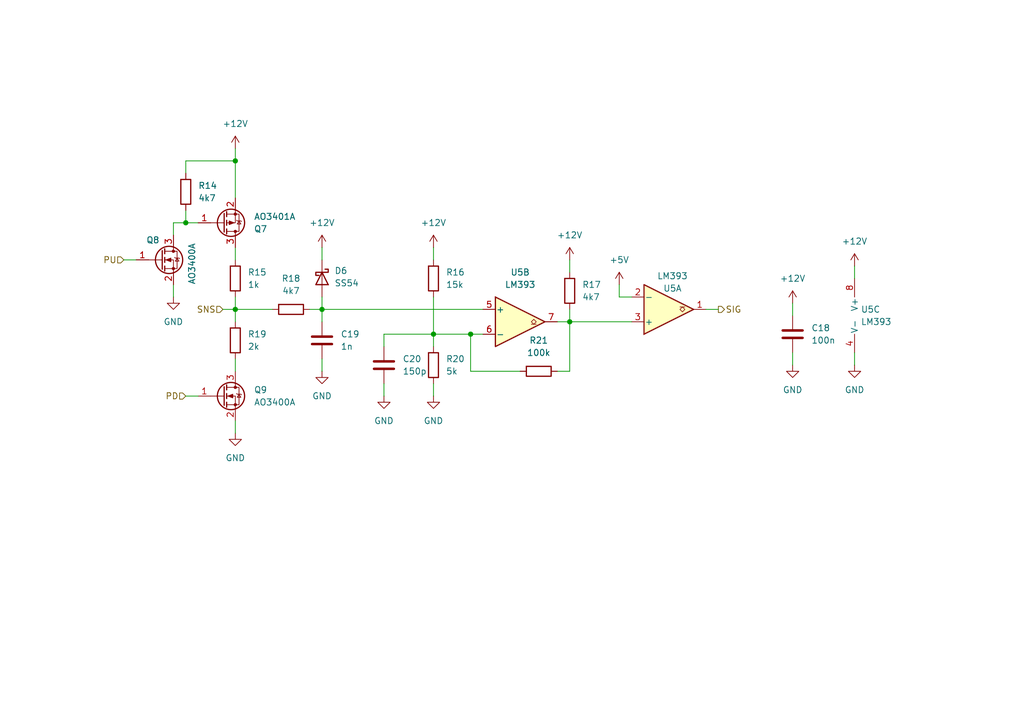
<source format=kicad_sch>
(kicad_sch (version 20231120) (generator "eeschema") (generator_version "8.0")
  (paper "A5")
  (lib_symbols
    (symbol "Comparator:LM393" (pin_names (offset 0.127))
      (property "Reference" "U" (at 3.81 3.81 0))
      (property "Value" "LM393" (at 6.35 -3.81 0))
      (symbol "LM393_1_1"
        (polyline (pts (xy -5.08 5.08) (xy 5.08 0) (xy -5.08 -5.08) (xy -5.08 5.08)) (stroke (width 0.254)) (fill (type background)))
        (polyline (pts (xy 3.302 -0.508) (xy 2.794 -0.508) (xy 3.302 0) (xy 2.794 0.508) (xy 2.286 0) (xy 2.794 -0.508) (xy 2.286 -0.508)) (stroke (width 0.127)))
        (pin open_collector line (at 7.62 0 180) (length 2.54) (name "~") (number "1"))
        (pin input line (at -7.62 -2.54 0) (length 2.54) (name "-") (number "2"))
        (pin input line (at -7.62 2.54 0) (length 2.54) (name "+") (number "3"))
      )
      (symbol "LM393_2_1"
        (polyline (pts (xy -5.08 5.08) (xy 5.08 0) (xy -5.08 -5.08) (xy -5.08 5.08)) (stroke (width 0.254)) (fill (type background)))
        (polyline (pts (xy 3.302 -0.508) (xy 2.794 -0.508) (xy 3.302 0) (xy 2.794 0.508) (xy 2.286 0) (xy 2.794 -0.508) (xy 2.286 -0.508)) (stroke (width 0.127)))
        (pin input line (at -7.62 2.54 0) (length 2.54) (name "+") (number "5"))
        (pin input line (at -7.62 -2.54 0) (length 2.54) (name "-") (number "6"))
        (pin open_collector line (at 7.62 0 180) (length 2.54) (name "~") (number "7"))
      )
      (symbol "LM393_3_1"
        (pin power_in line (at -2.54 -7.62 90) (length 3.81) (name "V-") (number "4"))
        (pin power_in line (at -2.54 7.62 270) (length 3.81) (name "V+") (number "8"))
      )
    )
    (symbol "Device:C" (pin_numbers hide) (pin_names (offset 0.254))
      (property "Reference" "C" (at 0.635 2.54 0))
      (property "Value" "C" (at 0.635 -2.54 0))
      (symbol "C_0_1"
        (polyline (pts (xy -2.032 -0.762) (xy 2.032 -0.762)) (stroke (width 0.508)))
        (polyline (pts (xy -2.032 0.762) (xy 2.032 0.762)) (stroke (width 0.508)))
      )
      (symbol "C_1_1"
        (pin passive line (at 0 3.81 270) (length 2.794) (name "~") (number "1"))
        (pin passive line (at 0 -3.81 90) (length 2.794) (name "~") (number "2"))
      )
    )
    (symbol "Device:D_Schottky" (pin_numbers hide) (pin_names (offset 1.016) hide)
      (property "Reference" "D" (at 0 2.54 0))
      (property "Value" "D_Schottky" (at 0 -2.54 0))
      (symbol "D_Schottky_0_1"
        (polyline (pts (xy 1.27 0) (xy -1.27 0)))
        (polyline (pts (xy 1.27 1.27) (xy 1.27 -1.27) (xy -1.27 0) (xy 1.27 1.27)) (stroke (width 0.254)))
        (polyline (pts (xy -1.905 0.635) (xy -1.905 1.27) (xy -1.27 1.27) (xy -1.27 -1.27) (xy -0.635 -1.27) (xy -0.635 -0.635)) (stroke (width 0.254)))
      )
      (symbol "D_Schottky_1_1"
        (pin passive line (at -3.81 0 0) (length 2.54) (name "K") (number "1"))
        (pin passive line (at 3.81 0 180) (length 2.54) (name "A") (number "2"))
      )
    )
    (symbol "Device:R" (pin_numbers hide) (pin_names (offset 0))
      (property "Reference" "R" (at 2.032 0 90))
      (property "Value" "R" (at 0 0 90))
      (symbol "R_0_1"
        (rectangle (start -1.016 -2.54) (end 1.016 2.54) (stroke (width 0.254)))
      )
      (symbol "R_1_1"
        (pin passive line (at 0 3.81 270) (length 1.27) (name "~") (number "1"))
        (pin passive line (at 0 -3.81 90) (length 1.27) (name "~") (number "2"))
      )
    )
    (symbol "Transistor_FET:AO3400A" (pin_names hide)
      (property "Reference" "Q" (at 5.08 1.905 0))
      (property "Value" "AO3400A" (at 5.08 0 0))
      (symbol "AO3400A_0_1"
        (polyline (pts (xy 0.254 0) (xy -2.54 0)))
        (polyline (pts (xy 0.254 1.905) (xy 0.254 -1.905)) (stroke (width 0.254)))
        (polyline (pts (xy 0.762 -1.27) (xy 0.762 -2.286)) (stroke (width 0.254)))
        (polyline (pts (xy 0.762 0.508) (xy 0.762 -0.508)) (stroke (width 0.254)))
        (polyline (pts (xy 0.762 2.286) (xy 0.762 1.27)) (stroke (width 0.254)))
        (polyline (pts (xy 2.54 2.54) (xy 2.54 1.778)))
        (polyline (pts (xy 2.54 -2.54) (xy 2.54 0) (xy 0.762 0)))
        (polyline (pts (xy 0.762 -1.778) (xy 3.302 -1.778) (xy 3.302 1.778) (xy 0.762 1.778)))
        (polyline (pts (xy 1.016 0) (xy 2.032 0.381) (xy 2.032 -0.381) (xy 1.016 0)) (fill (type outline)))
        (polyline (pts (xy 2.794 0.508) (xy 2.921 0.381) (xy 3.683 0.381) (xy 3.81 0.254)))
        (polyline (pts (xy 3.302 0.381) (xy 2.921 -0.254) (xy 3.683 -0.254) (xy 3.302 0.381)))
        (circle (center 1.651 0) (radius 2.794) (stroke (width 0.254)))
        (circle (center 2.54 -1.778) (radius 0.254) (fill (type outline)))
        (circle (center 2.54 1.778) (radius 0.254) (fill (type outline)))
      )
      (symbol "AO3400A_1_1"
        (pin input line (at -5.08 0 0) (length 2.54) (name "G") (number "1"))
        (pin passive line (at 2.54 -5.08 90) (length 2.54) (name "S") (number "2"))
        (pin passive line (at 2.54 5.08 270) (length 2.54) (name "D") (number "3"))
      )
    )
    (symbol "Transistor_FET:AO3401A" (pin_names hide)
      (property "Reference" "Q" (at 5.08 1.905 0))
      (property "Value" "AO3401A" (at 5.08 0 0))
      (symbol "AO3401A_0_1"
        (polyline (pts (xy 0.254 0) (xy -2.54 0)))
        (polyline (pts (xy 0.254 1.905) (xy 0.254 -1.905)) (stroke (width 0.254)))
        (polyline (pts (xy 0.762 -1.27) (xy 0.762 -2.286)) (stroke (width 0.254)))
        (polyline (pts (xy 0.762 0.508) (xy 0.762 -0.508)) (stroke (width 0.254)))
        (polyline (pts (xy 0.762 2.286) (xy 0.762 1.27)) (stroke (width 0.254)))
        (polyline (pts (xy 2.54 2.54) (xy 2.54 1.778)))
        (polyline (pts (xy 2.54 -2.54) (xy 2.54 0) (xy 0.762 0)))
        (polyline (pts (xy 0.762 1.778) (xy 3.302 1.778) (xy 3.302 -1.778) (xy 0.762 -1.778)))
        (polyline (pts (xy 2.286 0) (xy 1.27 0.381) (xy 1.27 -0.381) (xy 2.286 0)) (fill (type outline)))
        (polyline (pts (xy 2.794 -0.508) (xy 2.921 -0.381) (xy 3.683 -0.381) (xy 3.81 -0.254)))
        (polyline (pts (xy 3.302 -0.381) (xy 2.921 0.254) (xy 3.683 0.254) (xy 3.302 -0.381)))
        (circle (center 1.651 0) (radius 2.794) (stroke (width 0.254)))
        (circle (center 2.54 -1.778) (radius 0.254) (fill (type outline)))
        (circle (center 2.54 1.778) (radius 0.254) (fill (type outline)))
      )
      (symbol "AO3401A_1_1"
        (pin input line (at -5.08 0 0) (length 2.54) (name "G") (number "1"))
        (pin passive line (at 2.54 -5.08 90) (length 2.54) (name "S") (number "2"))
        (pin passive line (at 2.54 5.08 270) (length 2.54) (name "D") (number "3"))
      )
    )
    (symbol "power:+12V" (power) (pin_numbers hide) (pin_names (offset 0) hide)
      (property "Value" "+12V" (at 0 3.556 0))
      (symbol "+12V_0_1"
        (polyline (pts (xy -0.762 1.27) (xy 0 2.54)))
        (polyline (pts (xy 0 0) (xy 0 2.54)))
        (polyline (pts (xy 0 2.54) (xy 0.762 1.27)))
      )
      (symbol "+12V_1_1"
        (pin power_in line (at 0 0 90) (length 0) (name "~") (number "1"))
      )
    )
    (symbol "power:+5V" (power) (pin_numbers hide) (pin_names (offset 0) hide)
      (property "Value" "+5V" (at 0 3.556 0))
      (symbol "+5V_0_1"
        (polyline (pts (xy -0.762 1.27) (xy 0 2.54)))
        (polyline (pts (xy 0 0) (xy 0 2.54)))
        (polyline (pts (xy 0 2.54) (xy 0.762 1.27)))
      )
      (symbol "+5V_1_1"
        (pin power_in line (at 0 0 90) (length 0) (name "~") (number "1"))
      )
    )
    (symbol "power:GND" (power) (pin_numbers hide) (pin_names (offset 0) hide)
      (property "Value" "GND" (at 0 -3.81 0))
      (symbol "GND_0_1"
        (polyline (pts (xy 0 0) (xy 0 -1.27) (xy 1.27 -1.27) (xy 0 -2.54) (xy -1.27 -1.27) (xy 0 -1.27)))
      )
      (symbol "GND_1_1"
        (pin power_in line (at 0 0 270) (length 0) (name "~") (number "1"))
      )
    )
  )
  (junction (at 48.26 63.5))
  (junction (at 66.04 63.5))
  (junction (at 38.1 45.72))
  (junction (at 88.9 68.58))
  (junction (at 48.26 33.02))
  (junction (at 116.84 66.04))
  (junction (at 96.52 68.58))
  (wire (pts (xy 35.56 45.72) (xy 38.1 45.72)))
  (wire (pts (xy 78.74 71.12) (xy 78.74 68.58)))
  (wire (pts (xy 48.26 30.48) (xy 48.26 33.02)))
  (wire (pts (xy 66.04 50.8) (xy 66.04 53.34)))
  (wire (pts (xy 38.1 45.72) (xy 40.64 45.72)))
  (wire (pts (xy 45.72 63.5) (xy 48.26 63.5)))
  (wire (pts (xy 127 58.42) (xy 127 60.96)))
  (wire (pts (xy 66.04 63.5) (xy 99.06 63.5)))
  (wire (pts (xy 48.26 50.8) (xy 48.26 53.34)))
  (wire (pts (xy 175.26 72.39) (xy 175.26 74.93)))
  (wire (pts (xy 88.9 60.96) (xy 88.9 68.58)))
  (wire (pts (xy 116.84 76.2) (xy 116.84 66.04)))
  (wire (pts (xy 48.26 86.36) (xy 48.26 88.9)))
  (wire (pts (xy 106.68 76.2) (xy 96.52 76.2)))
  (wire (pts (xy 88.9 68.58) (xy 96.52 68.58)))
  (wire (pts (xy 114.3 66.04) (xy 116.84 66.04)))
  (wire (pts (xy 114.3 76.2) (xy 116.84 76.2)))
  (wire (pts (xy 96.52 76.2) (xy 96.52 68.58)))
  (wire (pts (xy 88.9 78.74) (xy 88.9 81.28)))
  (wire (pts (xy 78.74 78.74) (xy 78.74 81.28)))
  (wire (pts (xy 116.84 53.34) (xy 116.84 55.88)))
  (wire (pts (xy 38.1 33.02) (xy 38.1 35.56)))
  (wire (pts (xy 63.5 63.5) (xy 66.04 63.5)))
  (wire (pts (xy 25.4 53.34) (xy 27.94 53.34)))
  (wire (pts (xy 78.74 68.58) (xy 88.9 68.58)))
  (wire (pts (xy 116.84 63.5) (xy 116.84 66.04)))
  (wire (pts (xy 48.26 63.5) (xy 48.26 66.04)))
  (wire (pts (xy 88.9 50.8) (xy 88.9 53.34)))
  (wire (pts (xy 127 60.96) (xy 129.54 60.96)))
  (wire (pts (xy 116.84 66.04) (xy 129.54 66.04)))
  (wire (pts (xy 96.52 68.58) (xy 99.06 68.58)))
  (wire (pts (xy 48.26 63.5) (xy 55.88 63.5)))
  (wire (pts (xy 66.04 63.5) (xy 66.04 66.04)))
  (wire (pts (xy 162.56 62.23) (xy 162.56 64.77)))
  (wire (pts (xy 38.1 43.18) (xy 38.1 45.72)))
  (wire (pts (xy 48.26 60.96) (xy 48.26 63.5)))
  (wire (pts (xy 48.26 33.02) (xy 38.1 33.02)))
  (wire (pts (xy 162.56 72.39) (xy 162.56 74.93)))
  (wire (pts (xy 66.04 73.66) (xy 66.04 76.2)))
  (wire (pts (xy 48.26 73.66) (xy 48.26 76.2)))
  (wire (pts (xy 35.56 58.42) (xy 35.56 60.96)))
  (wire (pts (xy 175.26 54.61) (xy 175.26 57.15)))
  (wire (pts (xy 35.56 45.72) (xy 35.56 48.26)))
  (wire (pts (xy 66.04 60.96) (xy 66.04 63.5)))
  (wire (pts (xy 144.78 63.5) (xy 147.32 63.5)))
  (wire (pts (xy 38.1 81.28) (xy 40.64 81.28)))
  (wire (pts (xy 48.26 33.02) (xy 48.26 40.64)))
  (wire (pts (xy 88.9 68.58) (xy 88.9 71.12)))
  (hierarchical_label "PU" (shape input) (at 25.4 53.34 180))
  (hierarchical_label "SIG" (shape output) (at 147.32 63.5 0))
  (hierarchical_label "PD" (shape input) (at 38.1 81.28 180))
  (hierarchical_label "SNS" (shape input) (at 45.72 63.5 180))
  (symbol (lib_id "Device:R") (at 38.1 39.37 0) (unit 1)
    (property "Reference" "R14" (at 40.64 38.0999 0) (effects (justify left)))
    (property "Value" "4k7" (at 40.64 40.6399 0) (effects (justify left)))
    (property "Footprint" "Resistor_SMD:R_0402_1005Metric" (effects (hide yes)))
    (property "Description" "Resistor" (effects (hide yes)))
  )
  (symbol (lib_id "power:GND") (at 35.56 60.96 0) (unit 1)
    (property "Reference" "#PWR055" (effects (hide yes)))
    (property "Value" "GND" (at 35.56 66.04 0))
    (property "Description" "Power symbol creates a global label with name \"GND\" , ground" (effects (hide yes)))
  )
  (symbol (lib_id "Transistor_FET:AO3400A") (at 33.02 53.34 0) (unit 1)
    (property "Reference" "Q8" (at 29.972 49.276 0) (effects (justify left)))
    (property "Value" "AO3400A" (at 39.37 58.42 90) (effects (justify left)))
    (property "Footprint" "Package_TO_SOT_SMD:SOT-23" (effects (hide yes)))
    (property "Datasheet" "http://www.aosmd.com/pdfs/datasheet/AO3400A.pdf" (effects (hide yes)))
    (property "Description" "30V Vds, 5.7A Id, N-Channel MOSFET, SOT-23" (effects (hide yes)))
  )
  (symbol (lib_id "Device:R") (at 88.9 57.15 0) (unit 1)
    (property "Reference" "R16" (at 91.44 55.8799 0) (effects (justify left)))
    (property "Value" "15k" (at 91.44 58.4199 0) (effects (justify left)))
    (property "Footprint" "Resistor_SMD:R_0402_1005Metric" (effects (hide yes)))
    (property "Description" "Resistor" (effects (hide yes)))
  )
  (symbol (lib_id "Device:R") (at 48.26 57.15 0) (unit 1)
    (property "Reference" "R15" (at 50.8 55.8799 0) (effects (justify left)))
    (property "Value" "1k" (at 50.8 58.4199 0) (effects (justify left)))
    (property "Footprint" "Resistor_SMD:R_1206_3216Metric" (effects (hide yes)))
    (property "Description" "Resistor" (effects (hide yes)))
  )
  (symbol (lib_id "Device:C") (at 78.74 74.93 0) (unit 1)
    (property "Reference" "C20" (at 82.55 73.6599 0) (effects (justify left)))
    (property "Value" "150p" (at 82.55 76.1999 0) (effects (justify left)))
    (property "Footprint" "Capacitor_SMD:C_0402_1005Metric" (effects (hide yes)))
    (property "Description" "Unpolarized capacitor" (effects (hide yes)))
  )
  (symbol (lib_id "power:+12V") (at 48.26 30.48 0) (unit 1)
    (property "Reference" "#PWR049" (effects (hide yes)))
    (property "Value" "+12V" (at 48.26 25.4 0))
    (property "Description" "Power symbol creates a global label with name \"+12V\"" (effects (hide yes)))
  )
  (symbol (lib_id "Transistor_FET:AO3401A") (at 45.72 45.72 0) (mirror x) (unit 1)
    (property "Reference" "Q7" (at 52.07 46.9901 0) (effects (justify left)))
    (property "Value" "AO3401A" (at 52.07 44.4501 0) (effects (justify left)))
    (property "Footprint" "Package_TO_SOT_SMD:SOT-23" (effects (hide yes)))
    (property "Datasheet" "http://www.aosmd.com/pdfs/datasheet/AO3401A.pdf" (effects (hide yes)))
    (property "Description" "-4.0A Id, -30V Vds, P-Channel MOSFET, SOT-23" (effects (hide yes)))
  )
  (symbol (lib_id "Comparator:LM393") (at 177.8 64.77 0) (unit 3)
    (property "Reference" "U5" (at 176.53 63.4999 0) (effects (justify left)))
    (property "Value" "LM393" (at 176.53 66.0399 0) (effects (justify left)))
    (property "Footprint" "Package_SO:SOIC-8_3.9x4.9mm_P1.27mm" (effects (hide yes)))
    (property "Datasheet" "http://www.ti.com/lit/ds/symlink/lm393.pdf" (effects (hide yes)))
    (property "Description" "Low-Power, Low-Offset Voltage, Dual Comparators, DIP-8/SOIC-8/TO-99-8" (effects (hide yes)))
    (property "LCSC" "C7955" (effects (hide yes)))
  )
  (symbol (lib_id "power:+12V") (at 88.9 50.8 0) (unit 1)
    (property "Reference" "#PWR051" (effects (hide yes)))
    (property "Value" "+12V" (at 88.9 45.72 0))
    (property "Description" "Power symbol creates a global label with name \"+12V\"" (effects (hide yes)))
  )
  (symbol (lib_id "Device:R") (at 110.49 76.2 90) (unit 1)
    (property "Reference" "R21" (at 110.49 69.85 90))
    (property "Value" "100k" (at 110.49 72.39 90))
    (property "Footprint" "Resistor_SMD:R_0402_1005Metric" (effects (hide yes)))
    (property "Description" "Resistor" (effects (hide yes)))
  )
  (symbol (lib_id "power:GND") (at 66.04 76.2 0) (unit 1)
    (property "Reference" "#PWR059" (effects (hide yes)))
    (property "Value" "GND" (at 66.04 81.28 0))
    (property "Description" "Power symbol creates a global label with name \"GND\" , ground" (effects (hide yes)))
  )
  (symbol (lib_id "Device:R") (at 116.84 59.69 0) (unit 1)
    (property "Reference" "R17" (at 119.38 58.4199 0) (effects (justify left)))
    (property "Value" "4k7" (at 119.38 60.9599 0) (effects (justify left)))
    (property "Footprint" "Resistor_SMD:R_0402_1005Metric" (effects (hide yes)))
    (property "Description" "Resistor" (effects (hide yes)))
  )
  (symbol (lib_id "power:GND") (at 175.26 74.93 0) (unit 1)
    (property "Reference" "#PWR058" (effects (hide yes)))
    (property "Value" "GND" (at 175.26 80.01 0))
    (property "Description" "Power symbol creates a global label with name \"GND\" , ground" (effects (hide yes)))
  )
  (symbol (lib_id "Comparator:LM393") (at 137.16 63.5 0) (mirror x) (unit 1)
    (property "Reference" "U5" (at 137.922 59.182 0))
    (property "Value" "LM393" (at 137.922 56.642 0))
    (property "Footprint" "Package_SO:SOIC-8_3.9x4.9mm_P1.27mm" (effects (hide yes)))
    (property "Datasheet" "http://www.ti.com/lit/ds/symlink/lm393.pdf" (effects (hide yes)))
    (property "Description" "Low-Power, Low-Offset Voltage, Dual Comparators, DIP-8/SOIC-8/TO-99-8" (effects (hide yes)))
    (property "LCSC" "C7955" (effects (hide yes)))
  )
  (symbol (lib_id "Device:R") (at 59.69 63.5 90) (unit 1)
    (property "Reference" "R18" (at 59.69 57.15 90))
    (property "Value" "4k7" (at 59.69 59.69 90))
    (property "Footprint" "Resistor_SMD:R_1206_3216Metric" (effects (hide yes)))
    (property "Description" "Resistor" (effects (hide yes)))
  )
  (symbol (lib_id "Device:R") (at 48.26 69.85 0) (unit 1)
    (property "Reference" "R19" (at 50.8 68.5799 0) (effects (justify left)))
    (property "Value" "2k" (at 50.8 71.1199 0) (effects (justify left)))
    (property "Footprint" "Resistor_SMD:R_1206_3216Metric" (effects (hide yes)))
    (property "Description" "Resistor" (effects (hide yes)))
  )
  (symbol (lib_id "power:+12V") (at 175.26 54.61 0) (unit 1)
    (property "Reference" "#PWR053" (effects (hide yes)))
    (property "Value" "+12V" (at 175.26 49.53 0))
    (property "Description" "Power symbol creates a global label with name \"+12V\"" (effects (hide yes)))
  )
  (symbol (lib_id "power:GND") (at 162.56 74.93 0) (unit 1)
    (property "Reference" "#PWR057" (effects (hide yes)))
    (property "Value" "GND" (at 162.56 80.01 0))
    (property "Description" "Power symbol creates a global label with name \"GND\" , ground" (effects (hide yes)))
  )
  (symbol (lib_id "power:+12V") (at 66.04 50.8 0) (unit 1)
    (property "Reference" "#PWR050" (effects (hide yes)))
    (property "Value" "+12V" (at 66.04 45.72 0))
    (property "Description" "Power symbol creates a global label with name \"+12V\"" (effects (hide yes)))
  )
  (symbol (lib_id "power:GND") (at 88.9 81.28 0) (unit 1)
    (property "Reference" "#PWR061" (effects (hide yes)))
    (property "Value" "GND" (at 88.9 86.36 0))
    (property "Description" "Power symbol creates a global label with name \"GND\" , ground" (effects (hide yes)))
  )
  (symbol (lib_id "power:GND") (at 48.26 88.9 0) (unit 1)
    (property "Reference" "#PWR062" (effects (hide yes)))
    (property "Value" "GND" (at 48.26 93.98 0))
    (property "Description" "Power symbol creates a global label with name \"GND\" , ground" (effects (hide yes)))
  )
  (symbol (lib_id "power:+12V") (at 116.84 53.34 0) (unit 1)
    (property "Reference" "#PWR052" (effects (hide yes)))
    (property "Value" "+12V" (at 116.84 48.26 0))
    (property "Description" "Power symbol creates a global label with name \"+12V\"" (effects (hide yes)))
  )
  (symbol (lib_id "Device:R") (at 88.9 74.93 0) (unit 1)
    (property "Reference" "R20" (at 91.44 73.6599 0) (effects (justify left)))
    (property "Value" "5k" (at 91.44 76.1999 0) (effects (justify left)))
    (property "Footprint" "Resistor_SMD:R_0402_1005Metric" (effects (hide yes)))
    (property "Description" "Resistor" (effects (hide yes)))
  )
  (symbol (lib_id "power:+12V") (at 162.56 62.23 0) (unit 1)
    (property "Reference" "#PWR056" (effects (hide yes)))
    (property "Value" "+12V" (at 162.56 57.15 0))
    (property "Description" "Power symbol creates a global label with name \"+12V\"" (effects (hide yes)))
  )
  (symbol (lib_id "power:GND") (at 78.74 81.28 0) (unit 1)
    (property "Reference" "#PWR060" (effects (hide yes)))
    (property "Value" "GND" (at 78.74 86.36 0))
    (property "Description" "Power symbol creates a global label with name \"GND\" , ground" (effects (hide yes)))
  )
  (symbol (lib_id "Transistor_FET:AO3400A") (at 45.72 81.28 0) (unit 1)
    (property "Reference" "Q9" (at 52.07 80.0099 0) (effects (justify left)))
    (property "Value" "AO3400A" (at 52.07 82.5499 0) (effects (justify left)))
    (property "Footprint" "Package_TO_SOT_SMD:SOT-23" (effects (hide yes)))
    (property "Datasheet" "http://www.aosmd.com/pdfs/datasheet/AO3400A.pdf" (effects (hide yes)))
    (property "Description" "30V Vds, 5.7A Id, N-Channel MOSFET, SOT-23" (effects (hide yes)))
  )
  (symbol (lib_id "Device:C") (at 162.56 68.58 0) (unit 1)
    (property "Reference" "C18" (at 166.37 67.3099 0) (effects (justify left)))
    (property "Value" "100n" (at 166.37 69.8499 0) (effects (justify left)))
    (property "Footprint" "Capacitor_SMD:C_0402_1005Metric" (effects (hide yes)))
    (property "Description" "Unpolarized capacitor" (effects (hide yes)))
  )
  (symbol (lib_id "Device:C") (at 66.04 69.85 0) (unit 1)
    (property "Reference" "C19" (at 69.85 68.5799 0) (effects (justify left)))
    (property "Value" "1n" (at 69.85 71.1199 0) (effects (justify left)))
    (property "Footprint" "Capacitor_SMD:C_0402_1005Metric" (effects (hide yes)))
    (property "Description" "Unpolarized capacitor" (effects (hide yes)))
  )
  (symbol (lib_id "Device:D_Schottky") (at 66.04 57.15 270) (unit 1)
    (property "Reference" "D6" (at 68.58 55.5624 90) (effects (justify left)))
    (property "Value" "SS54" (at 68.58 58.1024 90) (effects (justify left)))
    (property "Footprint" "Diode_SMD:D_SMA" (effects (hide yes)))
    (property "Description" "Schottky diode" (effects (hide yes)))
    (property "LCSC" "C22452" (effects (hide yes)))
  )
  (symbol (lib_id "power:+5V") (at 127 58.42 0) (unit 1)
    (property "Reference" "#PWR054" (effects (hide yes)))
    (property "Value" "+5V" (at 127 53.34 0))
    (property "Description" "Power symbol creates a global label with name \"+5V\"" (effects (hide yes)))
  )
  (symbol (lib_id "Comparator:LM393") (at 106.68 66.04 0) (unit 2)
    (property "Reference" "U5" (at 106.68 55.88 0))
    (property "Value" "LM393" (at 106.68 58.42 0))
    (property "Footprint" "Package_SO:SOIC-8_3.9x4.9mm_P1.27mm" (effects (hide yes)))
    (property "Datasheet" "http://www.ti.com/lit/ds/symlink/lm393.pdf" (effects (hide yes)))
    (property "Description" "Low-Power, Low-Offset Voltage, Dual Comparators, DIP-8/SOIC-8/TO-99-8" (effects (hide yes)))
    (property "LCSC" "C7955" (effects (hide yes)))
  )
)
</source>
